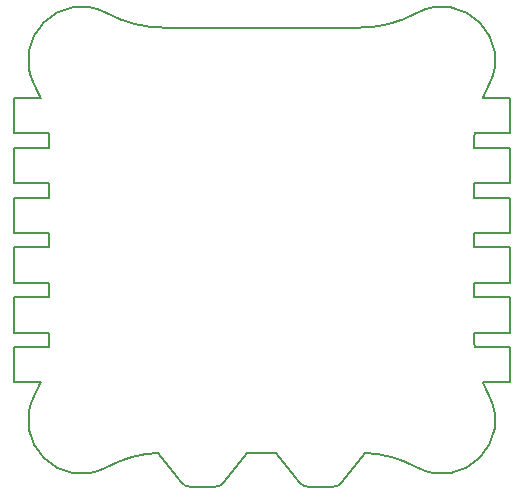
<source format=gko>
G04*
G04 #@! TF.GenerationSoftware,Altium Limited,Altium Designer,24.6.1 (21)*
G04*
G04 Layer_Color=16711935*
%FSLAX44Y44*%
%MOMM*%
G71*
G04*
G04 #@! TF.SameCoordinates,C8D772FE-2820-431E-A14A-531BD9A9DE4E*
G04*
G04*
G04 #@! TF.FilePolarity,Positive*
G04*
G01*
G75*
%ADD10C,0.2000*%
D10*
X11099Y77557D02*
G03*
X16061Y88106I-87850J47766D01*
G01*
X11099Y77557D02*
G03*
X72301Y16354I39646J-21556D01*
G01*
X115543Y28398D02*
G03*
X72302Y16354I4526J-99897D01*
G01*
X135243Y3394D02*
G03*
X143098Y-417I7855J6189D01*
G01*
X163394D02*
G03*
X171249Y3394I0J10000D01*
G01*
X235242D02*
G03*
X243097Y-417I7855J6189D01*
G01*
X263393D02*
G03*
X271247Y3394I0J10000D01*
G01*
X334189Y16354D02*
G03*
X290947Y28398I-47767J-87853D01*
G01*
X334189Y16354D02*
G03*
X395391Y77557I21556J39646D01*
G01*
X390429Y88106D02*
G03*
X395392Y77557I92811J37215D01*
G01*
X383245Y125324D02*
G03*
X383506Y118106I100000J-0D01*
G01*
Y298894D02*
G03*
X383245Y291677I99730J-7217D01*
G01*
X395392Y339444D02*
G03*
X390429Y328894I87852J-47767D01*
G01*
X395391Y339444D02*
G03*
X334189Y400647I-39646J21556D01*
G01*
X286422Y388500D02*
G03*
X334189Y400647I0J100000D01*
G01*
X72302D02*
G03*
X120069Y388500I47767J87854D01*
G01*
X72302Y400647D02*
G03*
X11099Y339444I-21556J-39646D01*
G01*
X16061Y328894D02*
G03*
X11099Y339444I-92802J-37211D01*
G01*
X23245Y291677D02*
G03*
X22984Y298894I-99981J1D01*
G01*
X22984Y118106D02*
G03*
X23245Y125324I-99731J7218D01*
G01*
X-6731Y88106D02*
X16061D01*
X115543Y28398D02*
X135243Y3394D01*
X143098Y-417D02*
X163394D01*
X171249Y3394D02*
X191029Y28500D01*
X215461D01*
X235242Y3394D01*
X243097Y-417D02*
X263393D01*
X271247Y3394D02*
X290947Y28398D01*
X390429Y88106D02*
X413221D01*
Y118106D01*
X383506Y118106D02*
X413221Y118106D01*
X383245Y125324D02*
Y130246D01*
X413221D01*
Y160246D01*
X383245D02*
X413221D01*
X383245D02*
Y172385D01*
X413221D01*
Y202385D01*
X383245D02*
X413221D01*
X383245D02*
Y214614D01*
X413221D01*
Y244614D01*
X383245D02*
X413221D01*
X383245D02*
Y256754D01*
X413221D01*
Y286754D01*
X383245D02*
X413221D01*
X383245D02*
Y291677D01*
X383506Y298894D02*
X413221D01*
Y328894D01*
X390429D02*
X413221D01*
X120069Y388500D02*
X286422D01*
X-6731Y328894D02*
X16061D01*
X-6731Y298894D02*
Y328894D01*
Y298894D02*
X22984D01*
X23245Y286754D02*
Y291677D01*
X-6731Y286754D02*
X23245D01*
X-6731Y256754D02*
Y286754D01*
Y256754D02*
X23245D01*
Y244614D02*
Y256754D01*
X-6731Y244614D02*
X23245D01*
X-6731Y214614D02*
Y244614D01*
Y214614D02*
X23245D01*
Y202385D02*
Y214614D01*
X-6731Y202385D02*
X23245D01*
X-6731Y172385D02*
Y202385D01*
Y172385D02*
X23245D01*
Y160246D02*
Y172385D01*
X-6731Y160246D02*
X23245D01*
X-6731Y130246D02*
Y160246D01*
Y130246D02*
X23245D01*
Y125324D02*
Y130246D01*
X-6731Y118106D02*
X22984D01*
X-6731Y88106D02*
Y118106D01*
M02*

</source>
